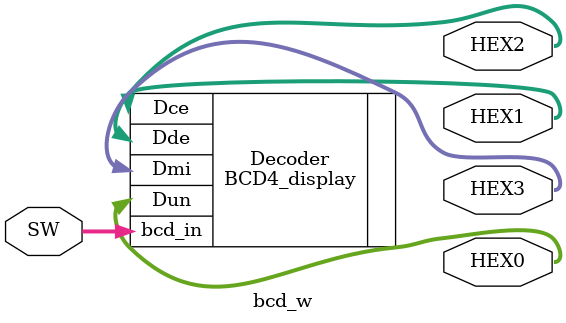
<source format=v>
module bcd_w (
input [9:0] SW,
output [0:6] HEX0,HEX1,HEX2,HEX3);

BCD4_display Decoder(
	.bcd_in(SW),
	.Dun(HEX0),
	.Dde(HEX1),
	.Dce(HEX2),
	.Dmi(HEX3));
	
	endmodule
</source>
